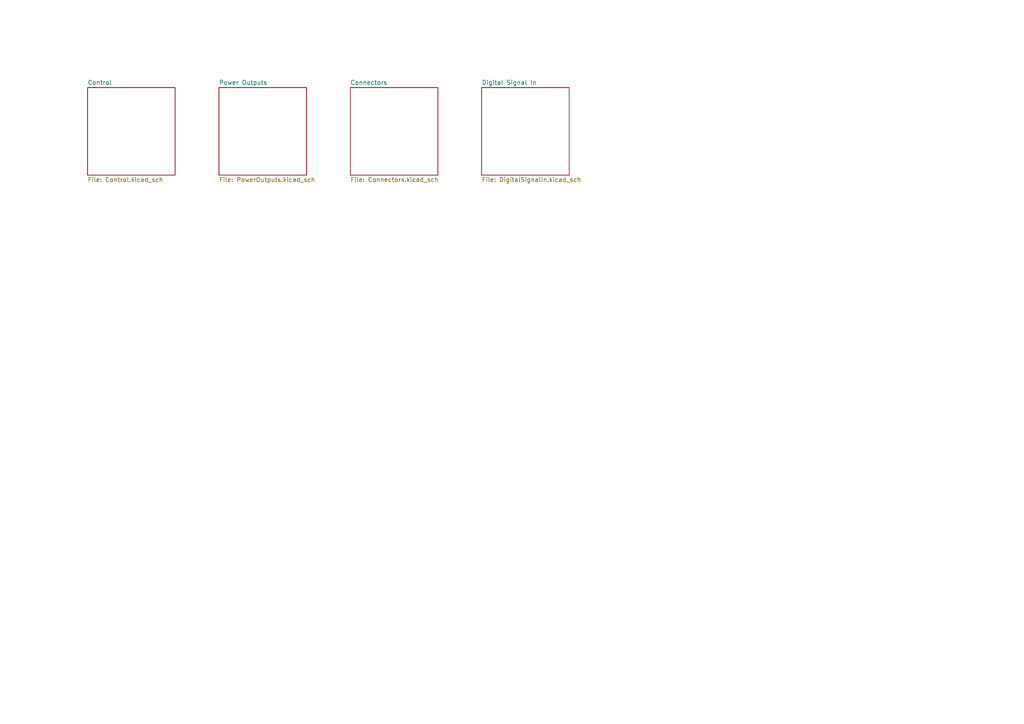
<source format=kicad_sch>
(kicad_sch
	(version 20250114)
	(generator "eeschema")
	(generator_version "9.0")
	(uuid "3d0e181f-adea-4c74-be75-0899a9cd1ac4")
	(paper "A4")
	(lib_symbols)
	(sheet
		(at 25.4 25.4)
		(size 25.4 25.4)
		(exclude_from_sim no)
		(in_bom yes)
		(on_board yes)
		(dnp no)
		(fields_autoplaced yes)
		(stroke
			(width 0.1524)
			(type solid)
		)
		(fill
			(color 0 0 0 0.0000)
		)
		(uuid "62e7fa01-77dc-4ba0-bf3c-c05e243e9492")
		(property "Sheetname" "Control"
			(at 25.4 24.6884 0)
			(effects
				(font
					(size 1.27 1.27)
				)
				(justify left bottom)
			)
		)
		(property "Sheetfile" "Control.kicad_sch"
			(at 25.4 51.3846 0)
			(effects
				(font
					(size 1.27 1.27)
				)
				(justify left top)
			)
		)
		(instances
			(project "HMI"
				(path "/3d0e181f-adea-4c74-be75-0899a9cd1ac4"
					(page "2")
				)
			)
		)
	)
	(sheet
		(at 139.7 25.4)
		(size 25.4 25.4)
		(exclude_from_sim no)
		(in_bom yes)
		(on_board yes)
		(dnp no)
		(fields_autoplaced yes)
		(stroke
			(width 0.1524)
			(type solid)
		)
		(fill
			(color 0 0 0 0.0000)
		)
		(uuid "ae981def-162c-4de3-8cbc-d325c245d29f")
		(property "Sheetname" "Digital Signal In"
			(at 139.7 24.6884 0)
			(effects
				(font
					(size 1.27 1.27)
				)
				(justify left bottom)
			)
		)
		(property "Sheetfile" "DigitalSignalIn.kicad_sch"
			(at 139.7 51.3846 0)
			(effects
				(font
					(size 1.27 1.27)
				)
				(justify left top)
			)
		)
		(instances
			(project "HMI"
				(path "/3d0e181f-adea-4c74-be75-0899a9cd1ac4"
					(page "5")
				)
			)
		)
	)
	(sheet
		(at 63.5 25.4)
		(size 25.4 25.4)
		(exclude_from_sim no)
		(in_bom yes)
		(on_board yes)
		(dnp no)
		(fields_autoplaced yes)
		(stroke
			(width 0.1524)
			(type solid)
		)
		(fill
			(color 0 0 0 0.0000)
		)
		(uuid "d3e71339-ce2e-46df-befe-ba95c9cfae70")
		(property "Sheetname" "Power Outputs"
			(at 63.5 24.6884 0)
			(effects
				(font
					(size 1.27 1.27)
				)
				(justify left bottom)
			)
		)
		(property "Sheetfile" "PowerOutputs.kicad_sch"
			(at 63.5 51.3846 0)
			(effects
				(font
					(size 1.27 1.27)
				)
				(justify left top)
			)
		)
		(instances
			(project "HMI"
				(path "/3d0e181f-adea-4c74-be75-0899a9cd1ac4"
					(page "3")
				)
			)
		)
	)
	(sheet
		(at 101.6 25.4)
		(size 25.4 25.4)
		(exclude_from_sim no)
		(in_bom yes)
		(on_board yes)
		(dnp no)
		(fields_autoplaced yes)
		(stroke
			(width 0.1524)
			(type solid)
		)
		(fill
			(color 0 0 0 0.0000)
		)
		(uuid "f8724497-0a82-4c0b-9790-3eca8b33d340")
		(property "Sheetname" "Connectors"
			(at 101.6 24.6884 0)
			(effects
				(font
					(size 1.27 1.27)
				)
				(justify left bottom)
			)
		)
		(property "Sheetfile" "Connectors.kicad_sch"
			(at 101.6 51.3846 0)
			(effects
				(font
					(size 1.27 1.27)
				)
				(justify left top)
			)
		)
		(instances
			(project "HMI"
				(path "/3d0e181f-adea-4c74-be75-0899a9cd1ac4"
					(page "4")
				)
			)
		)
	)
	(sheet_instances
		(path "/"
			(page "1")
		)
	)
	(embedded_fonts no)
)

</source>
